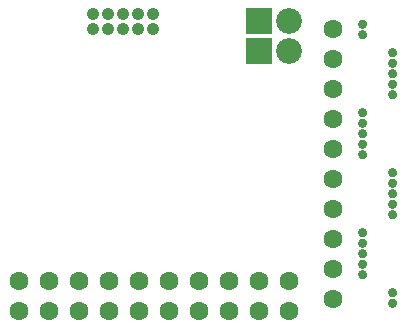
<source format=gbr>
G04 #@! TF.FileFunction,Soldermask,Bot*
%FSLAX46Y46*%
G04 Gerber Fmt 4.6, Leading zero omitted, Abs format (unit mm)*
G04 Created by KiCad (PCBNEW 0.201502161433+5424~21~ubuntu14.04.1-product) date Mon 16 Feb 2015 01:07:27 PM PST*
%MOMM*%
G01*
G04 APERTURE LIST*
%ADD10C,0.100000*%
%ADD11C,0.381000*%
%ADD12R,2.184400X2.184400*%
%ADD13O,2.184400X2.184400*%
%ADD14C,1.602400*%
%ADD15C,1.041400*%
G04 APERTURE END LIST*
D10*
D11*
X92900500Y-124841000D02*
G75*
G03X92900500Y-124841000I-190500J0D01*
G01*
X92900500Y-123952000D02*
G75*
G03X92900500Y-123952000I-190500J0D01*
G01*
X90360500Y-101219000D02*
G75*
G03X90360500Y-101219000I-190500J0D01*
G01*
X90360500Y-102108000D02*
G75*
G03X90360500Y-102108000I-190500J0D01*
G01*
X90360500Y-108712000D02*
G75*
G03X90360500Y-108712000I-190500J0D01*
G01*
X90360500Y-109601000D02*
G75*
G03X90360500Y-109601000I-190500J0D01*
G01*
X90360500Y-110490000D02*
G75*
G03X90360500Y-110490000I-190500J0D01*
G01*
X90360500Y-111379000D02*
G75*
G03X90360500Y-111379000I-190500J0D01*
G01*
X90360500Y-112268000D02*
G75*
G03X90360500Y-112268000I-190500J0D01*
G01*
X92900500Y-113792000D02*
G75*
G03X92900500Y-113792000I-190500J0D01*
G01*
X92900500Y-114681000D02*
G75*
G03X92900500Y-114681000I-190500J0D01*
G01*
X92900500Y-115570000D02*
G75*
G03X92900500Y-115570000I-190500J0D01*
G01*
X92900500Y-116459000D02*
G75*
G03X92900500Y-116459000I-190500J0D01*
G01*
X92900500Y-117348000D02*
G75*
G03X92900500Y-117348000I-190500J0D01*
G01*
X92900500Y-103632000D02*
G75*
G03X92900500Y-103632000I-190500J0D01*
G01*
X92900500Y-104521000D02*
G75*
G03X92900500Y-104521000I-190500J0D01*
G01*
X92900500Y-105410000D02*
G75*
G03X92900500Y-105410000I-190500J0D01*
G01*
X92900500Y-106299000D02*
G75*
G03X92900500Y-106299000I-190500J0D01*
G01*
X92900500Y-107188000D02*
G75*
G03X92900500Y-107188000I-190500J0D01*
G01*
X90360500Y-118872000D02*
G75*
G03X90360500Y-118872000I-190500J0D01*
G01*
X90360500Y-119761000D02*
G75*
G03X90360500Y-119761000I-190500J0D01*
G01*
X90360500Y-120650000D02*
G75*
G03X90360500Y-120650000I-190500J0D01*
G01*
X90360500Y-121539000D02*
G75*
G03X90360500Y-121539000I-190500J0D01*
G01*
X90360500Y-122428000D02*
G75*
G03X90360500Y-122428000I-190500J0D01*
G01*
D12*
X81407000Y-100965000D03*
D13*
X83947000Y-100965000D03*
D12*
X81407000Y-103505000D03*
D13*
X83947000Y-103505000D03*
D14*
X87630000Y-124460000D03*
X87630000Y-121920000D03*
X87630000Y-119380000D03*
X87630000Y-116840000D03*
X87630000Y-114300000D03*
X87630000Y-111760000D03*
X87630000Y-109220000D03*
X87630000Y-106680000D03*
X87630000Y-104140000D03*
X87630000Y-101600000D03*
D15*
X67310000Y-101600000D03*
X67310000Y-100330000D03*
X68580000Y-101600000D03*
X68580000Y-100330000D03*
X69850000Y-101600000D03*
X69850000Y-100330000D03*
X71120000Y-101600000D03*
X71120000Y-100330000D03*
X72390000Y-101600000D03*
X72390000Y-100330000D03*
D14*
X61087000Y-122936000D03*
X63627000Y-122936000D03*
X66167000Y-122936000D03*
X68707000Y-122936000D03*
X71247000Y-122936000D03*
X73787000Y-122936000D03*
X76327000Y-122936000D03*
X78867000Y-122936000D03*
X81407000Y-122936000D03*
X83947000Y-122936000D03*
X61087000Y-125476000D03*
X63627000Y-125476000D03*
X66167000Y-125476000D03*
X68707000Y-125476000D03*
X71247000Y-125476000D03*
X73787000Y-125476000D03*
X76327000Y-125476000D03*
X78867000Y-125476000D03*
X81407000Y-125476000D03*
X83947000Y-125476000D03*
M02*

</source>
